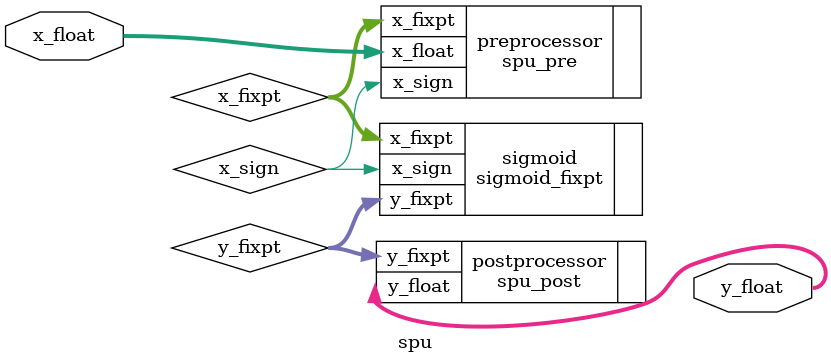
<source format=sv>
module spu (
    input   logic [31:0] x_float,
    output  logic [31:0] y_float
);

    spu_pre preprocessor (
        .x_float,
        .x_sign, .x_fixpt
    );

    logic [31:0] x_fixpt;
    logic        x_sign;

    sigmoid_fixpt sigmoid(
        .x_fixpt, .x_sign,
        .y_fixpt
    );

    logic [31:0] y_fixpt;

    spu_post postprocessor (
        .y_fixpt,
        .y_float
    );

endmodule
</source>
